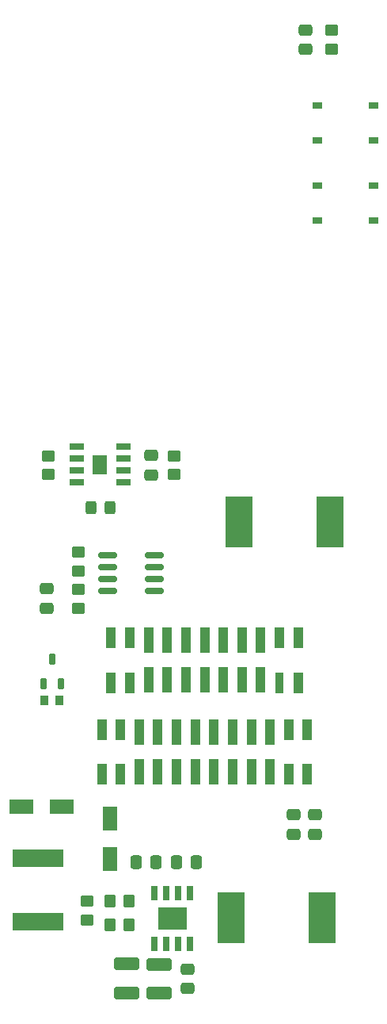
<source format=gbp>
G04 #@! TF.GenerationSoftware,KiCad,Pcbnew,8.0.1*
G04 #@! TF.CreationDate,2024-03-30T15:34:10-04:00*
G04 #@! TF.ProjectId,Bird3Controller,42697264-3343-46f6-9e74-726f6c6c6572,rev?*
G04 #@! TF.SameCoordinates,Original*
G04 #@! TF.FileFunction,Paste,Bot*
G04 #@! TF.FilePolarity,Positive*
%FSLAX46Y46*%
G04 Gerber Fmt 4.6, Leading zero omitted, Abs format (unit mm)*
G04 Created by KiCad (PCBNEW 8.0.1) date 2024-03-30 15:34:10*
%MOMM*%
%LPD*%
G01*
G04 APERTURE LIST*
G04 Aperture macros list*
%AMRoundRect*
0 Rectangle with rounded corners*
0 $1 Rounding radius*
0 $2 $3 $4 $5 $6 $7 $8 $9 X,Y pos of 4 corners*
0 Add a 4 corners polygon primitive as box body*
4,1,4,$2,$3,$4,$5,$6,$7,$8,$9,$2,$3,0*
0 Add four circle primitives for the rounded corners*
1,1,$1+$1,$2,$3*
1,1,$1+$1,$4,$5*
1,1,$1+$1,$6,$7*
1,1,$1+$1,$8,$9*
0 Add four rect primitives between the rounded corners*
20,1,$1+$1,$2,$3,$4,$5,0*
20,1,$1+$1,$4,$5,$6,$7,0*
20,1,$1+$1,$6,$7,$8,$9,0*
20,1,$1+$1,$8,$9,$2,$3,0*%
G04 Aperture macros list end*
%ADD10RoundRect,0.250000X0.350000X0.450000X-0.350000X0.450000X-0.350000X-0.450000X0.350000X-0.450000X0*%
%ADD11R,5.450000X1.920000*%
%ADD12RoundRect,0.250000X0.325000X0.450000X-0.325000X0.450000X-0.325000X-0.450000X0.325000X-0.450000X0*%
%ADD13R,1.000000X0.700000*%
%ADD14RoundRect,0.250000X-1.100000X0.412500X-1.100000X-0.412500X1.100000X-0.412500X1.100000X0.412500X0*%
%ADD15R,1.650000X2.600000*%
%ADD16RoundRect,0.250000X-0.450000X0.350000X-0.450000X-0.350000X0.450000X-0.350000X0.450000X0.350000X0*%
%ADD17R,0.650000X1.525000*%
%ADD18R,3.100000X2.400000*%
%ADD19RoundRect,0.250000X0.450000X-0.350000X0.450000X0.350000X-0.450000X0.350000X-0.450000X-0.350000X0*%
%ADD20R,1.000000X2.205000*%
%ADD21R,1.000000X2.750000*%
%ADD22R,0.950000X2.205000*%
%ADD23R,2.600000X1.650000*%
%ADD24R,2.900000X5.400000*%
%ADD25RoundRect,0.250000X-0.337500X-0.475000X0.337500X-0.475000X0.337500X0.475000X-0.337500X0.475000X0*%
%ADD26RoundRect,0.250000X-0.475000X0.337500X-0.475000X-0.337500X0.475000X-0.337500X0.475000X0.337500X0*%
%ADD27RoundRect,0.250000X0.475000X-0.337500X0.475000X0.337500X-0.475000X0.337500X-0.475000X-0.337500X0*%
%ADD28RoundRect,0.150000X0.825000X0.150000X-0.825000X0.150000X-0.825000X-0.150000X0.825000X-0.150000X0*%
%ADD29R,1.505000X0.802000*%
%ADD30R,1.567800X2.101200*%
%ADD31R,0.990600X2.200800*%
%ADD32R,0.997648X2.250000*%
%ADD33R,0.995300X2.201600*%
%ADD34R,1.000000X2.251598*%
%ADD35R,0.990600X2.743200*%
%ADD36R,0.995300X2.251600*%
%ADD37R,0.995302X2.201600*%
%ADD38R,0.995302X2.251600*%
%ADD39RoundRect,0.162500X0.162500X-0.447500X0.162500X0.447500X-0.162500X0.447500X-0.162500X-0.447500X0*%
%ADD40RoundRect,0.250000X0.337500X0.475000X-0.337500X0.475000X-0.337500X-0.475000X0.337500X-0.475000X0*%
%ADD41R,0.940000X1.010000*%
G04 APERTURE END LIST*
D10*
X174350000Y-140200000D03*
X172350000Y-140200000D03*
D11*
X164650000Y-133115000D03*
X164650000Y-139885000D03*
D12*
X172372500Y-95635000D03*
X170322500Y-95635000D03*
D13*
X194500000Y-56450000D03*
X200500000Y-56450000D03*
X194500000Y-52750000D03*
X200500000Y-52750000D03*
D14*
X174100000Y-144387500D03*
X174100000Y-147512500D03*
D15*
X172300000Y-133200000D03*
X172300000Y-128900000D03*
D16*
X168950000Y-104405000D03*
X168950000Y-106405000D03*
D17*
X180910000Y-142262000D03*
X179640000Y-142262000D03*
X178370000Y-142262000D03*
X177100000Y-142262000D03*
X177100000Y-136838000D03*
X178370000Y-136838000D03*
X179640000Y-136838000D03*
X180910000Y-136838000D03*
D18*
X179005000Y-139550000D03*
D19*
X179147500Y-92135000D03*
X179147500Y-90135000D03*
D20*
X172450000Y-109547500D03*
X172450000Y-114352500D03*
X174450000Y-109547500D03*
X174450000Y-114352500D03*
D21*
X176450000Y-109820000D03*
X176450000Y-114080000D03*
X178450000Y-109820000D03*
X178450000Y-114080000D03*
X180450000Y-109820000D03*
X180450000Y-114080000D03*
X182450000Y-109820000D03*
X182450000Y-114080000D03*
X184450000Y-109820000D03*
X184450000Y-114080000D03*
X186450000Y-109820000D03*
X186450000Y-114080000D03*
X188450000Y-109820000D03*
X188450000Y-114080000D03*
D20*
X190450000Y-109547500D03*
D22*
X190425000Y-114352500D03*
D20*
X192450000Y-109547500D03*
X192450000Y-114352500D03*
D23*
X162850000Y-127550000D03*
X167150000Y-127550000D03*
D24*
X186150000Y-97200000D03*
X195850000Y-97200000D03*
D25*
X179462500Y-133500000D03*
X181537500Y-133500000D03*
D26*
X180600000Y-144912500D03*
X180600000Y-146987500D03*
D27*
X191950000Y-130537500D03*
X191950000Y-128462500D03*
D16*
X196000000Y-44700000D03*
X196000000Y-46700000D03*
X168950000Y-100405000D03*
X168950000Y-102405000D03*
D26*
X165550000Y-104330000D03*
X165550000Y-106405000D03*
D27*
X176747500Y-92172500D03*
X176747500Y-90097500D03*
D13*
X194500000Y-65000000D03*
X200500000Y-65000000D03*
X194500000Y-61300000D03*
X200500000Y-61300000D03*
D10*
X174350000Y-137700000D03*
X172350000Y-137700000D03*
D16*
X169850000Y-137700000D03*
X169850000Y-139700000D03*
D27*
X193250000Y-46737500D03*
X193250000Y-44662500D03*
D24*
X185300000Y-139450000D03*
X195000000Y-139450000D03*
D19*
X165747500Y-92135000D03*
X165747500Y-90135000D03*
D28*
X177050000Y-100795000D03*
X177050000Y-102065000D03*
X177050000Y-103335000D03*
X177050000Y-104605000D03*
X172100000Y-104605000D03*
X172100000Y-103335000D03*
X172100000Y-102065000D03*
X172100000Y-100795000D03*
D29*
X173745000Y-89180000D03*
X173745000Y-90450000D03*
X173745000Y-91720000D03*
X173745000Y-92990000D03*
X168750000Y-92990000D03*
X168750000Y-91720000D03*
X168750000Y-90450000D03*
X168750000Y-89180000D03*
D30*
X171247500Y-91085000D03*
D31*
X171449999Y-119369600D03*
D32*
X171451176Y-124145000D03*
D33*
X173452350Y-119369200D03*
D34*
X173450000Y-124145799D03*
D35*
X175449999Y-119639999D03*
X175449999Y-123900001D03*
X177450000Y-119639999D03*
X177450000Y-123900001D03*
X179449998Y-119639999D03*
X179449998Y-123900001D03*
X181449999Y-119639999D03*
X181449999Y-123900001D03*
X183450001Y-119639999D03*
X183450001Y-123900001D03*
X185449999Y-119639999D03*
X185449999Y-123900001D03*
X187450000Y-119639999D03*
X187450000Y-123900001D03*
X189449999Y-119639999D03*
X189449999Y-123900001D03*
D33*
X191452350Y-119369200D03*
D36*
X191452350Y-124145800D03*
D37*
X193452349Y-119369200D03*
D38*
X193452349Y-124145800D03*
D39*
X167100000Y-114460000D03*
X165200000Y-114460000D03*
X166150000Y-111840000D03*
D40*
X177237500Y-133500000D03*
X175162500Y-133500000D03*
D14*
X177600000Y-144400000D03*
X177600000Y-147525000D03*
D41*
X165310000Y-116250000D03*
X166890000Y-116250000D03*
D27*
X194250000Y-130537500D03*
X194250000Y-128462500D03*
M02*

</source>
